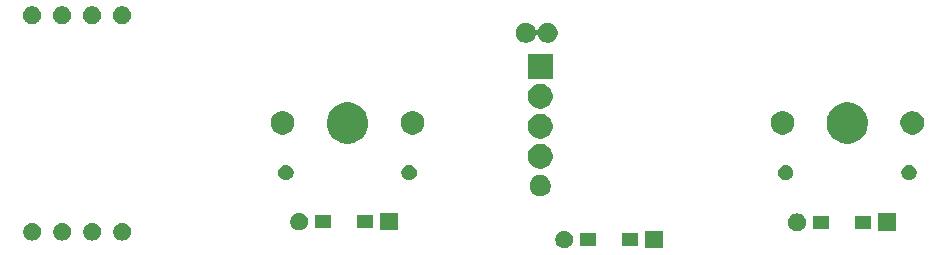
<source format=gbr>
G04 #@! TF.GenerationSoftware,KiCad,Pcbnew,(5.1.6-0-10_14)*
G04 #@! TF.CreationDate,2023-01-09T16:42:19+09:00*
G04 #@! TF.ProjectId,cool644,636f6f6c-3634-4342-9e6b-696361645f70,rev?*
G04 #@! TF.SameCoordinates,Original*
G04 #@! TF.FileFunction,Soldermask,Bot*
G04 #@! TF.FilePolarity,Negative*
%FSLAX46Y46*%
G04 Gerber Fmt 4.6, Leading zero omitted, Abs format (unit mm)*
G04 Created by KiCad (PCBNEW (5.1.6-0-10_14)) date 2023-01-09 16:42:19*
%MOMM*%
%LPD*%
G01*
G04 APERTURE LIST*
%ADD10C,0.100000*%
G04 APERTURE END LIST*
D10*
G36*
X178679500Y32300500D02*
G01*
X177180500Y32300500D01*
X177180500Y33799500D01*
X178679500Y33799500D01*
X178679500Y32300500D01*
G37*
G36*
X170404425Y33795401D02*
G01*
X170528621Y33770698D01*
X170665022Y33714199D01*
X170787779Y33632175D01*
X170892175Y33527779D01*
X170974199Y33405022D01*
X171030698Y33268621D01*
X171059500Y33123819D01*
X171059500Y32976181D01*
X171030698Y32831379D01*
X170974199Y32694978D01*
X170892175Y32572221D01*
X170787779Y32467825D01*
X170665022Y32385801D01*
X170528621Y32329302D01*
X170404425Y32304599D01*
X170383820Y32300500D01*
X170236180Y32300500D01*
X170215575Y32304599D01*
X170091379Y32329302D01*
X169954978Y32385801D01*
X169832221Y32467825D01*
X169727825Y32572221D01*
X169645801Y32694978D01*
X169589302Y32831379D01*
X169560500Y32976181D01*
X169560500Y33123819D01*
X169589302Y33268621D01*
X169645801Y33405022D01*
X169727825Y33527779D01*
X169832221Y33632175D01*
X169954978Y33714199D01*
X170091379Y33770698D01*
X170215575Y33795401D01*
X170236180Y33799500D01*
X170383820Y33799500D01*
X170404425Y33795401D01*
G37*
G36*
X176596000Y32524000D02*
G01*
X175194000Y32524000D01*
X175194000Y33576000D01*
X176596000Y33576000D01*
X176596000Y32524000D01*
G37*
G36*
X173046000Y32524000D02*
G01*
X171644000Y32524000D01*
X171644000Y33576000D01*
X173046000Y33576000D01*
X173046000Y32524000D01*
G37*
G36*
X130454425Y34455401D02*
G01*
X130578621Y34430698D01*
X130715022Y34374199D01*
X130837779Y34292175D01*
X130942175Y34187779D01*
X131024199Y34065022D01*
X131080698Y33928621D01*
X131109500Y33783819D01*
X131109500Y33636181D01*
X131080698Y33491379D01*
X131024199Y33354978D01*
X130942175Y33232221D01*
X130837779Y33127825D01*
X130715022Y33045801D01*
X130578621Y32989302D01*
X130454425Y32964599D01*
X130433820Y32960500D01*
X130286180Y32960500D01*
X130265575Y32964599D01*
X130141379Y32989302D01*
X130004978Y33045801D01*
X129882221Y33127825D01*
X129777825Y33232221D01*
X129695801Y33354978D01*
X129639302Y33491379D01*
X129610500Y33636181D01*
X129610500Y33783819D01*
X129639302Y33928621D01*
X129695801Y34065022D01*
X129777825Y34187779D01*
X129882221Y34292175D01*
X130004978Y34374199D01*
X130141379Y34430698D01*
X130265575Y34455401D01*
X130286180Y34459500D01*
X130433820Y34459500D01*
X130454425Y34455401D01*
G37*
G36*
X127914425Y34455401D02*
G01*
X128038621Y34430698D01*
X128175022Y34374199D01*
X128297779Y34292175D01*
X128402175Y34187779D01*
X128484199Y34065022D01*
X128540698Y33928621D01*
X128569500Y33783819D01*
X128569500Y33636181D01*
X128540698Y33491379D01*
X128484199Y33354978D01*
X128402175Y33232221D01*
X128297779Y33127825D01*
X128175022Y33045801D01*
X128038621Y32989302D01*
X127914425Y32964599D01*
X127893820Y32960500D01*
X127746180Y32960500D01*
X127725575Y32964599D01*
X127601379Y32989302D01*
X127464978Y33045801D01*
X127342221Y33127825D01*
X127237825Y33232221D01*
X127155801Y33354978D01*
X127099302Y33491379D01*
X127070500Y33636181D01*
X127070500Y33783819D01*
X127099302Y33928621D01*
X127155801Y34065022D01*
X127237825Y34187779D01*
X127342221Y34292175D01*
X127464978Y34374199D01*
X127601379Y34430698D01*
X127725575Y34455401D01*
X127746180Y34459500D01*
X127893820Y34459500D01*
X127914425Y34455401D01*
G37*
G36*
X125374425Y34455401D02*
G01*
X125498621Y34430698D01*
X125635022Y34374199D01*
X125757779Y34292175D01*
X125862175Y34187779D01*
X125944199Y34065022D01*
X126000698Y33928621D01*
X126029500Y33783819D01*
X126029500Y33636181D01*
X126000698Y33491379D01*
X125944199Y33354978D01*
X125862175Y33232221D01*
X125757779Y33127825D01*
X125635022Y33045801D01*
X125498621Y32989302D01*
X125374425Y32964599D01*
X125353820Y32960500D01*
X125206180Y32960500D01*
X125185575Y32964599D01*
X125061379Y32989302D01*
X124924978Y33045801D01*
X124802221Y33127825D01*
X124697825Y33232221D01*
X124615801Y33354978D01*
X124559302Y33491379D01*
X124530500Y33636181D01*
X124530500Y33783819D01*
X124559302Y33928621D01*
X124615801Y34065022D01*
X124697825Y34187779D01*
X124802221Y34292175D01*
X124924978Y34374199D01*
X125061379Y34430698D01*
X125185575Y34455401D01*
X125206180Y34459500D01*
X125353820Y34459500D01*
X125374425Y34455401D01*
G37*
G36*
X132994425Y34455401D02*
G01*
X133118621Y34430698D01*
X133255022Y34374199D01*
X133377779Y34292175D01*
X133482175Y34187779D01*
X133564199Y34065022D01*
X133620698Y33928621D01*
X133649500Y33783819D01*
X133649500Y33636181D01*
X133620698Y33491379D01*
X133564199Y33354978D01*
X133482175Y33232221D01*
X133377779Y33127825D01*
X133255022Y33045801D01*
X133118621Y32989302D01*
X132994425Y32964599D01*
X132973820Y32960500D01*
X132826180Y32960500D01*
X132805575Y32964599D01*
X132681379Y32989302D01*
X132544978Y33045801D01*
X132422221Y33127825D01*
X132317825Y33232221D01*
X132235801Y33354978D01*
X132179302Y33491379D01*
X132150500Y33636181D01*
X132150500Y33783819D01*
X132179302Y33928621D01*
X132235801Y34065022D01*
X132317825Y34187779D01*
X132422221Y34292175D01*
X132544978Y34374199D01*
X132681379Y34430698D01*
X132805575Y34455401D01*
X132826180Y34459500D01*
X132973820Y34459500D01*
X132994425Y34455401D01*
G37*
G36*
X198399500Y33750500D02*
G01*
X196900500Y33750500D01*
X196900500Y35249500D01*
X198399500Y35249500D01*
X198399500Y33750500D01*
G37*
G36*
X190124425Y35245401D02*
G01*
X190248621Y35220698D01*
X190385022Y35164199D01*
X190507779Y35082175D01*
X190612175Y34977779D01*
X190694199Y34855022D01*
X190750698Y34718621D01*
X190779500Y34573819D01*
X190779500Y34426181D01*
X190750698Y34281379D01*
X190694199Y34144978D01*
X190612175Y34022221D01*
X190507779Y33917825D01*
X190385022Y33835801D01*
X190248621Y33779302D01*
X190124425Y33754599D01*
X190103820Y33750500D01*
X189956180Y33750500D01*
X189935575Y33754599D01*
X189811379Y33779302D01*
X189674978Y33835801D01*
X189552221Y33917825D01*
X189447825Y34022221D01*
X189365801Y34144978D01*
X189309302Y34281379D01*
X189280500Y34426181D01*
X189280500Y34573819D01*
X189309302Y34718621D01*
X189365801Y34855022D01*
X189447825Y34977779D01*
X189552221Y35082175D01*
X189674978Y35164199D01*
X189811379Y35220698D01*
X189935575Y35245401D01*
X189956180Y35249500D01*
X190103820Y35249500D01*
X190124425Y35245401D01*
G37*
G36*
X156239500Y33810500D02*
G01*
X154740500Y33810500D01*
X154740500Y35309500D01*
X156239500Y35309500D01*
X156239500Y33810500D01*
G37*
G36*
X147964425Y35305401D02*
G01*
X148088621Y35280698D01*
X148225022Y35224199D01*
X148347779Y35142175D01*
X148452175Y35037779D01*
X148534199Y34915022D01*
X148590698Y34778621D01*
X148619500Y34633819D01*
X148619500Y34486181D01*
X148590698Y34341379D01*
X148534199Y34204978D01*
X148452175Y34082221D01*
X148347779Y33977825D01*
X148225022Y33895801D01*
X148088621Y33839302D01*
X147964425Y33814599D01*
X147943820Y33810500D01*
X147796180Y33810500D01*
X147775575Y33814599D01*
X147651379Y33839302D01*
X147514978Y33895801D01*
X147392221Y33977825D01*
X147287825Y34082221D01*
X147205801Y34204978D01*
X147149302Y34341379D01*
X147120500Y34486181D01*
X147120500Y34633819D01*
X147149302Y34778621D01*
X147205801Y34915022D01*
X147287825Y35037779D01*
X147392221Y35142175D01*
X147514978Y35224199D01*
X147651379Y35280698D01*
X147775575Y35305401D01*
X147796180Y35309500D01*
X147943820Y35309500D01*
X147964425Y35305401D01*
G37*
G36*
X196316000Y33974000D02*
G01*
X194914000Y33974000D01*
X194914000Y35026000D01*
X196316000Y35026000D01*
X196316000Y33974000D01*
G37*
G36*
X192766000Y33974000D02*
G01*
X191364000Y33974000D01*
X191364000Y35026000D01*
X192766000Y35026000D01*
X192766000Y33974000D01*
G37*
G36*
X154156000Y34034000D02*
G01*
X152754000Y34034000D01*
X152754000Y35086000D01*
X154156000Y35086000D01*
X154156000Y34034000D01*
G37*
G36*
X150606000Y34034000D02*
G01*
X149204000Y34034000D01*
X149204000Y35086000D01*
X150606000Y35086000D01*
X150606000Y34034000D01*
G37*
G36*
X168398512Y38496073D02*
G01*
X168547812Y38466376D01*
X168711784Y38398456D01*
X168859354Y38299853D01*
X168984853Y38174354D01*
X169083456Y38026784D01*
X169151376Y37862812D01*
X169186000Y37688741D01*
X169186000Y37511259D01*
X169151376Y37337188D01*
X169083456Y37173216D01*
X168984853Y37025646D01*
X168859354Y36900147D01*
X168711784Y36801544D01*
X168547812Y36733624D01*
X168398512Y36703927D01*
X168373742Y36699000D01*
X168196258Y36699000D01*
X168171488Y36703927D01*
X168022188Y36733624D01*
X167858216Y36801544D01*
X167710646Y36900147D01*
X167585147Y37025646D01*
X167486544Y37173216D01*
X167418624Y37337188D01*
X167384000Y37511259D01*
X167384000Y37688741D01*
X167418624Y37862812D01*
X167486544Y38026784D01*
X167585147Y38174354D01*
X167710646Y38299853D01*
X167858216Y38398456D01*
X168022188Y38466376D01*
X168171488Y38496073D01*
X168196258Y38501000D01*
X168373742Y38501000D01*
X168398512Y38496073D01*
G37*
G36*
X157379890Y39345983D02*
G01*
X157498364Y39296909D01*
X157604988Y39225665D01*
X157695665Y39134988D01*
X157766909Y39028364D01*
X157815983Y38909890D01*
X157841000Y38784118D01*
X157841000Y38655882D01*
X157815983Y38530110D01*
X157766909Y38411636D01*
X157695665Y38305012D01*
X157604988Y38214335D01*
X157498364Y38143091D01*
X157498363Y38143090D01*
X157498362Y38143090D01*
X157379890Y38094017D01*
X157254119Y38069000D01*
X157125881Y38069000D01*
X157000110Y38094017D01*
X156881638Y38143090D01*
X156881637Y38143090D01*
X156881636Y38143091D01*
X156775012Y38214335D01*
X156684335Y38305012D01*
X156613091Y38411636D01*
X156564017Y38530110D01*
X156539000Y38655882D01*
X156539000Y38784118D01*
X156564017Y38909890D01*
X156613091Y39028364D01*
X156684335Y39134988D01*
X156775012Y39225665D01*
X156881636Y39296909D01*
X157000110Y39345983D01*
X157125881Y39371000D01*
X157254119Y39371000D01*
X157379890Y39345983D01*
G37*
G36*
X199699890Y39345983D02*
G01*
X199818364Y39296909D01*
X199924988Y39225665D01*
X200015665Y39134988D01*
X200086909Y39028364D01*
X200135983Y38909890D01*
X200161000Y38784118D01*
X200161000Y38655882D01*
X200135983Y38530110D01*
X200086909Y38411636D01*
X200015665Y38305012D01*
X199924988Y38214335D01*
X199818364Y38143091D01*
X199818363Y38143090D01*
X199818362Y38143090D01*
X199699890Y38094017D01*
X199574119Y38069000D01*
X199445881Y38069000D01*
X199320110Y38094017D01*
X199201638Y38143090D01*
X199201637Y38143090D01*
X199201636Y38143091D01*
X199095012Y38214335D01*
X199004335Y38305012D01*
X198933091Y38411636D01*
X198884017Y38530110D01*
X198859000Y38655882D01*
X198859000Y38784118D01*
X198884017Y38909890D01*
X198933091Y39028364D01*
X199004335Y39134988D01*
X199095012Y39225665D01*
X199201636Y39296909D01*
X199320110Y39345983D01*
X199445881Y39371000D01*
X199574119Y39371000D01*
X199699890Y39345983D01*
G37*
G36*
X189259890Y39345983D02*
G01*
X189378364Y39296909D01*
X189484988Y39225665D01*
X189575665Y39134988D01*
X189646909Y39028364D01*
X189695983Y38909890D01*
X189721000Y38784118D01*
X189721000Y38655882D01*
X189695983Y38530110D01*
X189646909Y38411636D01*
X189575665Y38305012D01*
X189484988Y38214335D01*
X189378364Y38143091D01*
X189378363Y38143090D01*
X189378362Y38143090D01*
X189259890Y38094017D01*
X189134119Y38069000D01*
X189005881Y38069000D01*
X188880110Y38094017D01*
X188761638Y38143090D01*
X188761637Y38143090D01*
X188761636Y38143091D01*
X188655012Y38214335D01*
X188564335Y38305012D01*
X188493091Y38411636D01*
X188444017Y38530110D01*
X188419000Y38655882D01*
X188419000Y38784118D01*
X188444017Y38909890D01*
X188493091Y39028364D01*
X188564335Y39134988D01*
X188655012Y39225665D01*
X188761636Y39296909D01*
X188880110Y39345983D01*
X189005881Y39371000D01*
X189134119Y39371000D01*
X189259890Y39345983D01*
G37*
G36*
X146939890Y39345983D02*
G01*
X147058364Y39296909D01*
X147164988Y39225665D01*
X147255665Y39134988D01*
X147326909Y39028364D01*
X147375983Y38909890D01*
X147401000Y38784118D01*
X147401000Y38655882D01*
X147375983Y38530110D01*
X147326909Y38411636D01*
X147255665Y38305012D01*
X147164988Y38214335D01*
X147058364Y38143091D01*
X147058363Y38143090D01*
X147058362Y38143090D01*
X146939890Y38094017D01*
X146814119Y38069000D01*
X146685881Y38069000D01*
X146560110Y38094017D01*
X146441638Y38143090D01*
X146441637Y38143090D01*
X146441636Y38143091D01*
X146335012Y38214335D01*
X146244335Y38305012D01*
X146173091Y38411636D01*
X146124017Y38530110D01*
X146099000Y38655882D01*
X146099000Y38784118D01*
X146124017Y38909890D01*
X146173091Y39028364D01*
X146244335Y39134988D01*
X146335012Y39225665D01*
X146441636Y39296909D01*
X146560110Y39345983D01*
X146685881Y39371000D01*
X146814119Y39371000D01*
X146939890Y39345983D01*
G37*
G36*
X168591564Y41100611D02*
G01*
X168782833Y41021385D01*
X168782835Y41021384D01*
X168954973Y40906365D01*
X169101365Y40759973D01*
X169216385Y40587833D01*
X169295611Y40396564D01*
X169336000Y40193516D01*
X169336000Y39986484D01*
X169295611Y39783436D01*
X169216385Y39592167D01*
X169216384Y39592165D01*
X169101365Y39420027D01*
X168954973Y39273635D01*
X168782835Y39158616D01*
X168782834Y39158615D01*
X168782833Y39158615D01*
X168591564Y39079389D01*
X168388516Y39039000D01*
X168181484Y39039000D01*
X167978436Y39079389D01*
X167787167Y39158615D01*
X167787166Y39158615D01*
X167787165Y39158616D01*
X167615027Y39273635D01*
X167468635Y39420027D01*
X167353616Y39592165D01*
X167353615Y39592167D01*
X167274389Y39783436D01*
X167234000Y39986484D01*
X167234000Y40193516D01*
X167274389Y40396564D01*
X167353615Y40587833D01*
X167468635Y40759973D01*
X167615027Y40906365D01*
X167787165Y41021384D01*
X167787167Y41021385D01*
X167978436Y41100611D01*
X168181484Y41141000D01*
X168388516Y41141000D01*
X168591564Y41100611D01*
G37*
G36*
X194687985Y44626140D02*
G01*
X194800748Y44603710D01*
X194932741Y44549037D01*
X195119408Y44471717D01*
X195406196Y44280091D01*
X195650091Y44036196D01*
X195841717Y43749408D01*
X195870052Y43681000D01*
X195973710Y43430748D01*
X195980990Y43394149D01*
X196041000Y43092460D01*
X196041000Y42747540D01*
X195997029Y42526486D01*
X195980990Y42445849D01*
X195973710Y42409253D01*
X195841717Y42090592D01*
X195650091Y41803804D01*
X195406196Y41559909D01*
X195119408Y41368283D01*
X194932741Y41290963D01*
X194800748Y41236290D01*
X194687985Y41213860D01*
X194462460Y41169000D01*
X194117540Y41169000D01*
X193892015Y41213860D01*
X193779252Y41236290D01*
X193647259Y41290963D01*
X193460592Y41368283D01*
X193173804Y41559909D01*
X192929909Y41803804D01*
X192738283Y42090592D01*
X192606290Y42409253D01*
X192599011Y42445849D01*
X192582971Y42526486D01*
X192539000Y42747540D01*
X192539000Y43092460D01*
X192599010Y43394149D01*
X192606290Y43430748D01*
X192709948Y43681000D01*
X192738283Y43749408D01*
X192929909Y44036196D01*
X193173804Y44280091D01*
X193460592Y44471717D01*
X193647259Y44549037D01*
X193779252Y44603710D01*
X193892015Y44626140D01*
X194117540Y44671000D01*
X194462460Y44671000D01*
X194687985Y44626140D01*
G37*
G36*
X152367985Y44626140D02*
G01*
X152480748Y44603710D01*
X152612741Y44549037D01*
X152799408Y44471717D01*
X153086196Y44280091D01*
X153330091Y44036196D01*
X153521717Y43749408D01*
X153550052Y43681000D01*
X153653710Y43430748D01*
X153660990Y43394149D01*
X153721000Y43092460D01*
X153721000Y42747540D01*
X153677029Y42526486D01*
X153660990Y42445849D01*
X153653710Y42409253D01*
X153521717Y42090592D01*
X153330091Y41803804D01*
X153086196Y41559909D01*
X152799408Y41368283D01*
X152612741Y41290963D01*
X152480748Y41236290D01*
X152367985Y41213860D01*
X152142460Y41169000D01*
X151797540Y41169000D01*
X151572015Y41213860D01*
X151459252Y41236290D01*
X151327259Y41290963D01*
X151140592Y41368283D01*
X150853804Y41559909D01*
X150609909Y41803804D01*
X150418283Y42090592D01*
X150286290Y42409253D01*
X150279011Y42445849D01*
X150262971Y42526486D01*
X150219000Y42747540D01*
X150219000Y43092460D01*
X150279010Y43394149D01*
X150286290Y43430748D01*
X150389948Y43681000D01*
X150418283Y43749408D01*
X150609909Y44036196D01*
X150853804Y44280091D01*
X151140592Y44471717D01*
X151327259Y44549037D01*
X151459252Y44603710D01*
X151572015Y44626140D01*
X151797540Y44671000D01*
X152142460Y44671000D01*
X152367985Y44626140D01*
G37*
G36*
X168591564Y43640611D02*
G01*
X168782833Y43561385D01*
X168782835Y43561384D01*
X168787751Y43558099D01*
X168954973Y43446365D01*
X169101365Y43299973D01*
X169216385Y43127833D01*
X169295611Y42936564D01*
X169336000Y42733516D01*
X169336000Y42526484D01*
X169295611Y42323436D01*
X169278406Y42281900D01*
X169216384Y42132165D01*
X169101365Y41960027D01*
X168954973Y41813635D01*
X168782835Y41698616D01*
X168782834Y41698615D01*
X168782833Y41698615D01*
X168591564Y41619389D01*
X168388516Y41579000D01*
X168181484Y41579000D01*
X167978436Y41619389D01*
X167787167Y41698615D01*
X167787166Y41698615D01*
X167787165Y41698616D01*
X167615027Y41813635D01*
X167468635Y41960027D01*
X167353616Y42132165D01*
X167291594Y42281900D01*
X167274389Y42323436D01*
X167234000Y42526484D01*
X167234000Y42733516D01*
X167274389Y42936564D01*
X167353615Y43127833D01*
X167468635Y43299973D01*
X167615027Y43446365D01*
X167782249Y43558099D01*
X167787165Y43561384D01*
X167787167Y43561385D01*
X167978436Y43640611D01*
X168181484Y43681000D01*
X168388516Y43681000D01*
X168591564Y43640611D01*
G37*
G36*
X189081981Y43882532D02*
G01*
X189264151Y43807074D01*
X189428100Y43697527D01*
X189567527Y43558100D01*
X189677074Y43394151D01*
X189752532Y43211981D01*
X189791000Y43018590D01*
X189791000Y42821410D01*
X189752532Y42628019D01*
X189677074Y42445849D01*
X189567527Y42281900D01*
X189428100Y42142473D01*
X189264151Y42032926D01*
X189081981Y41957468D01*
X188888591Y41919000D01*
X188691409Y41919000D01*
X188498019Y41957468D01*
X188315849Y42032926D01*
X188151900Y42142473D01*
X188012473Y42281900D01*
X187902926Y42445849D01*
X187827468Y42628019D01*
X187789000Y42821410D01*
X187789000Y43018590D01*
X187827468Y43211981D01*
X187902926Y43394151D01*
X188012473Y43558100D01*
X188151900Y43697527D01*
X188315849Y43807074D01*
X188498019Y43882532D01*
X188691409Y43921000D01*
X188888591Y43921000D01*
X189081981Y43882532D01*
G37*
G36*
X146761981Y43882532D02*
G01*
X146944151Y43807074D01*
X147108100Y43697527D01*
X147247527Y43558100D01*
X147357074Y43394151D01*
X147432532Y43211981D01*
X147471000Y43018590D01*
X147471000Y42821410D01*
X147432532Y42628019D01*
X147357074Y42445849D01*
X147247527Y42281900D01*
X147108100Y42142473D01*
X146944151Y42032926D01*
X146761981Y41957468D01*
X146568591Y41919000D01*
X146371409Y41919000D01*
X146178019Y41957468D01*
X145995849Y42032926D01*
X145831900Y42142473D01*
X145692473Y42281900D01*
X145582926Y42445849D01*
X145507468Y42628019D01*
X145469000Y42821410D01*
X145469000Y43018590D01*
X145507468Y43211981D01*
X145582926Y43394151D01*
X145692473Y43558100D01*
X145831900Y43697527D01*
X145995849Y43807074D01*
X146178019Y43882532D01*
X146371409Y43921000D01*
X146568591Y43921000D01*
X146761981Y43882532D01*
G37*
G36*
X157761981Y43882532D02*
G01*
X157944151Y43807074D01*
X158108100Y43697527D01*
X158247527Y43558100D01*
X158357074Y43394151D01*
X158432532Y43211981D01*
X158471000Y43018590D01*
X158471000Y42821410D01*
X158432532Y42628019D01*
X158357074Y42445849D01*
X158247527Y42281900D01*
X158108100Y42142473D01*
X157944151Y42032926D01*
X157761981Y41957468D01*
X157568591Y41919000D01*
X157371409Y41919000D01*
X157178019Y41957468D01*
X156995849Y42032926D01*
X156831900Y42142473D01*
X156692473Y42281900D01*
X156582926Y42445849D01*
X156507468Y42628019D01*
X156469000Y42821410D01*
X156469000Y43018590D01*
X156507468Y43211981D01*
X156582926Y43394151D01*
X156692473Y43558100D01*
X156831900Y43697527D01*
X156995849Y43807074D01*
X157178019Y43882532D01*
X157371409Y43921000D01*
X157568591Y43921000D01*
X157761981Y43882532D01*
G37*
G36*
X200081981Y43882532D02*
G01*
X200264151Y43807074D01*
X200428100Y43697527D01*
X200567527Y43558100D01*
X200677074Y43394151D01*
X200752532Y43211981D01*
X200791000Y43018590D01*
X200791000Y42821410D01*
X200752532Y42628019D01*
X200677074Y42445849D01*
X200567527Y42281900D01*
X200428100Y42142473D01*
X200264151Y42032926D01*
X200081981Y41957468D01*
X199888591Y41919000D01*
X199691409Y41919000D01*
X199498019Y41957468D01*
X199315849Y42032926D01*
X199151900Y42142473D01*
X199012473Y42281900D01*
X198902926Y42445849D01*
X198827468Y42628019D01*
X198789000Y42821410D01*
X198789000Y43018590D01*
X198827468Y43211981D01*
X198902926Y43394151D01*
X199012473Y43558100D01*
X199151900Y43697527D01*
X199315849Y43807074D01*
X199498019Y43882532D01*
X199691409Y43921000D01*
X199888591Y43921000D01*
X200081981Y43882532D01*
G37*
G36*
X168591564Y46180611D02*
G01*
X168782833Y46101385D01*
X168782835Y46101384D01*
X168954973Y45986365D01*
X169101365Y45839973D01*
X169216385Y45667833D01*
X169295611Y45476564D01*
X169336000Y45273516D01*
X169336000Y45066484D01*
X169295611Y44863436D01*
X169216385Y44672167D01*
X169216384Y44672165D01*
X169101365Y44500027D01*
X168954973Y44353635D01*
X168782835Y44238616D01*
X168782834Y44238615D01*
X168782833Y44238615D01*
X168591564Y44159389D01*
X168388516Y44119000D01*
X168181484Y44119000D01*
X167978436Y44159389D01*
X167787167Y44238615D01*
X167787166Y44238615D01*
X167787165Y44238616D01*
X167615027Y44353635D01*
X167468635Y44500027D01*
X167353616Y44672165D01*
X167353615Y44672167D01*
X167274389Y44863436D01*
X167234000Y45066484D01*
X167234000Y45273516D01*
X167274389Y45476564D01*
X167353615Y45667833D01*
X167468635Y45839973D01*
X167615027Y45986365D01*
X167787165Y46101384D01*
X167787167Y46101385D01*
X167978436Y46180611D01*
X168181484Y46221000D01*
X168388516Y46221000D01*
X168591564Y46180611D01*
G37*
G36*
X169336000Y46659000D02*
G01*
X167234000Y46659000D01*
X167234000Y48761000D01*
X169336000Y48761000D01*
X169336000Y46659000D01*
G37*
G36*
X167308228Y51368297D02*
G01*
X167463100Y51304147D01*
X167602481Y51211015D01*
X167721015Y51092481D01*
X167814147Y50953100D01*
X167869522Y50819413D01*
X167881067Y50797814D01*
X167896612Y50778872D01*
X167915554Y50763326D01*
X167937164Y50751775D01*
X167960613Y50744662D01*
X167985000Y50742260D01*
X168009386Y50744662D01*
X168032835Y50751775D01*
X168054445Y50763326D01*
X168073387Y50778871D01*
X168088933Y50797813D01*
X168100478Y50819413D01*
X168155853Y50953100D01*
X168248985Y51092481D01*
X168367519Y51211015D01*
X168506900Y51304147D01*
X168661772Y51368297D01*
X168826184Y51401000D01*
X168993816Y51401000D01*
X169158228Y51368297D01*
X169313100Y51304147D01*
X169452481Y51211015D01*
X169571015Y51092481D01*
X169664147Y50953100D01*
X169728297Y50798228D01*
X169761000Y50633816D01*
X169761000Y50466184D01*
X169728297Y50301772D01*
X169664147Y50146900D01*
X169571015Y50007519D01*
X169452481Y49888985D01*
X169313100Y49795853D01*
X169158228Y49731703D01*
X168993816Y49699000D01*
X168826184Y49699000D01*
X168661772Y49731703D01*
X168506900Y49795853D01*
X168367519Y49888985D01*
X168248985Y50007519D01*
X168155853Y50146900D01*
X168100478Y50280587D01*
X168088933Y50302186D01*
X168073388Y50321128D01*
X168054446Y50336674D01*
X168032836Y50348225D01*
X168009387Y50355338D01*
X167985000Y50357740D01*
X167960614Y50355338D01*
X167937165Y50348225D01*
X167915555Y50336674D01*
X167896613Y50321129D01*
X167881067Y50302187D01*
X167869522Y50280587D01*
X167814147Y50146900D01*
X167721015Y50007519D01*
X167602481Y49888985D01*
X167463100Y49795853D01*
X167308228Y49731703D01*
X167143816Y49699000D01*
X166976184Y49699000D01*
X166811772Y49731703D01*
X166656900Y49795853D01*
X166517519Y49888985D01*
X166398985Y50007519D01*
X166305853Y50146900D01*
X166241703Y50301772D01*
X166209000Y50466184D01*
X166209000Y50633816D01*
X166241703Y50798228D01*
X166305853Y50953100D01*
X166398985Y51092481D01*
X166517519Y51211015D01*
X166656900Y51304147D01*
X166811772Y51368297D01*
X166976184Y51401000D01*
X167143816Y51401000D01*
X167308228Y51368297D01*
G37*
G36*
X130434425Y52785401D02*
G01*
X130558621Y52760698D01*
X130695022Y52704199D01*
X130817779Y52622175D01*
X130922175Y52517779D01*
X131004199Y52395022D01*
X131060698Y52258621D01*
X131089500Y52113819D01*
X131089500Y51966181D01*
X131060698Y51821379D01*
X131004199Y51684978D01*
X130922175Y51562221D01*
X130817779Y51457825D01*
X130695022Y51375801D01*
X130558621Y51319302D01*
X130434425Y51294599D01*
X130413820Y51290500D01*
X130266180Y51290500D01*
X130245575Y51294599D01*
X130121379Y51319302D01*
X129984978Y51375801D01*
X129862221Y51457825D01*
X129757825Y51562221D01*
X129675801Y51684978D01*
X129619302Y51821379D01*
X129590500Y51966181D01*
X129590500Y52113819D01*
X129619302Y52258621D01*
X129675801Y52395022D01*
X129757825Y52517779D01*
X129862221Y52622175D01*
X129984978Y52704199D01*
X130121379Y52760698D01*
X130245575Y52785401D01*
X130266180Y52789500D01*
X130413820Y52789500D01*
X130434425Y52785401D01*
G37*
G36*
X125354425Y52785401D02*
G01*
X125478621Y52760698D01*
X125615022Y52704199D01*
X125737779Y52622175D01*
X125842175Y52517779D01*
X125924199Y52395022D01*
X125980698Y52258621D01*
X126009500Y52113819D01*
X126009500Y51966181D01*
X125980698Y51821379D01*
X125924199Y51684978D01*
X125842175Y51562221D01*
X125737779Y51457825D01*
X125615022Y51375801D01*
X125478621Y51319302D01*
X125354425Y51294599D01*
X125333820Y51290500D01*
X125186180Y51290500D01*
X125165575Y51294599D01*
X125041379Y51319302D01*
X124904978Y51375801D01*
X124782221Y51457825D01*
X124677825Y51562221D01*
X124595801Y51684978D01*
X124539302Y51821379D01*
X124510500Y51966181D01*
X124510500Y52113819D01*
X124539302Y52258621D01*
X124595801Y52395022D01*
X124677825Y52517779D01*
X124782221Y52622175D01*
X124904978Y52704199D01*
X125041379Y52760698D01*
X125165575Y52785401D01*
X125186180Y52789500D01*
X125333820Y52789500D01*
X125354425Y52785401D01*
G37*
G36*
X127894425Y52785401D02*
G01*
X128018621Y52760698D01*
X128155022Y52704199D01*
X128277779Y52622175D01*
X128382175Y52517779D01*
X128464199Y52395022D01*
X128520698Y52258621D01*
X128549500Y52113819D01*
X128549500Y51966181D01*
X128520698Y51821379D01*
X128464199Y51684978D01*
X128382175Y51562221D01*
X128277779Y51457825D01*
X128155022Y51375801D01*
X128018621Y51319302D01*
X127894425Y51294599D01*
X127873820Y51290500D01*
X127726180Y51290500D01*
X127705575Y51294599D01*
X127581379Y51319302D01*
X127444978Y51375801D01*
X127322221Y51457825D01*
X127217825Y51562221D01*
X127135801Y51684978D01*
X127079302Y51821379D01*
X127050500Y51966181D01*
X127050500Y52113819D01*
X127079302Y52258621D01*
X127135801Y52395022D01*
X127217825Y52517779D01*
X127322221Y52622175D01*
X127444978Y52704199D01*
X127581379Y52760698D01*
X127705575Y52785401D01*
X127726180Y52789500D01*
X127873820Y52789500D01*
X127894425Y52785401D01*
G37*
G36*
X132974425Y52785401D02*
G01*
X133098621Y52760698D01*
X133235022Y52704199D01*
X133357779Y52622175D01*
X133462175Y52517779D01*
X133544199Y52395022D01*
X133600698Y52258621D01*
X133629500Y52113819D01*
X133629500Y51966181D01*
X133600698Y51821379D01*
X133544199Y51684978D01*
X133462175Y51562221D01*
X133357779Y51457825D01*
X133235022Y51375801D01*
X133098621Y51319302D01*
X132974425Y51294599D01*
X132953820Y51290500D01*
X132806180Y51290500D01*
X132785575Y51294599D01*
X132661379Y51319302D01*
X132524978Y51375801D01*
X132402221Y51457825D01*
X132297825Y51562221D01*
X132215801Y51684978D01*
X132159302Y51821379D01*
X132130500Y51966181D01*
X132130500Y52113819D01*
X132159302Y52258621D01*
X132215801Y52395022D01*
X132297825Y52517779D01*
X132402221Y52622175D01*
X132524978Y52704199D01*
X132661379Y52760698D01*
X132785575Y52785401D01*
X132806180Y52789500D01*
X132953820Y52789500D01*
X132974425Y52785401D01*
G37*
M02*

</source>
